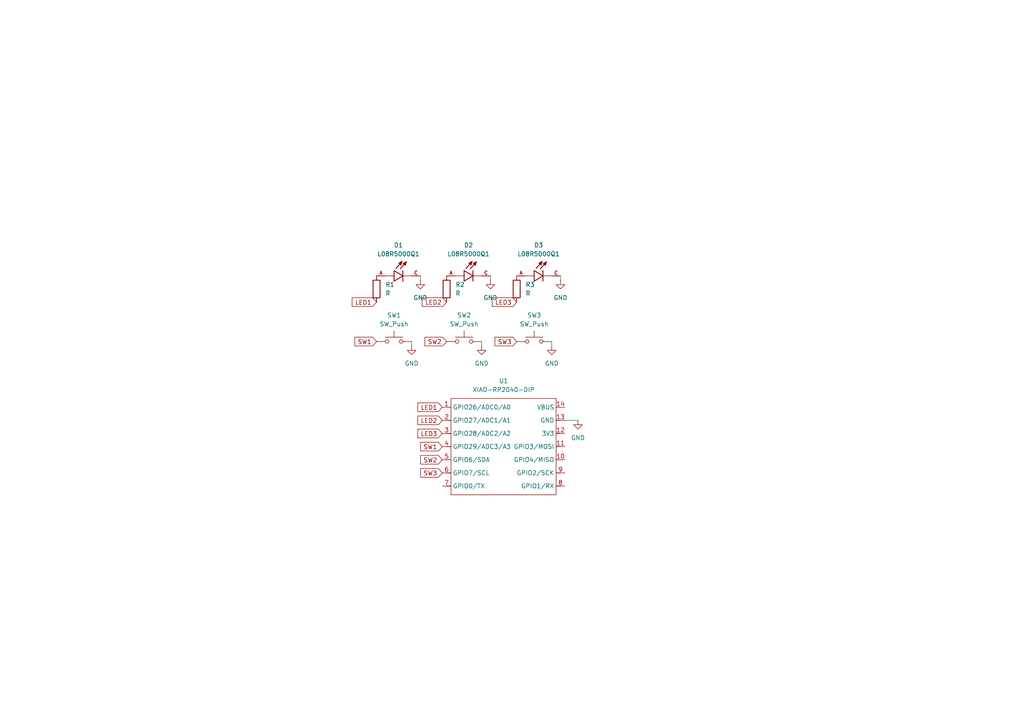
<source format=kicad_sch>
(kicad_sch
	(version 20250114)
	(generator "eeschema")
	(generator_version "9.0")
	(uuid "059b4cf5-1ab6-4810-a6ff-d3cba1fc6561")
	(paper "A4")
	(lib_symbols
		(symbol "Device:R"
			(pin_numbers
				(hide yes)
			)
			(pin_names
				(offset 0)
			)
			(exclude_from_sim no)
			(in_bom yes)
			(on_board yes)
			(property "Reference" "R"
				(at 2.032 0 90)
				(effects
					(font
						(size 1.27 1.27)
					)
				)
			)
			(property "Value" "R"
				(at 0 0 90)
				(effects
					(font
						(size 1.27 1.27)
					)
				)
			)
			(property "Footprint" ""
				(at -1.778 0 90)
				(effects
					(font
						(size 1.27 1.27)
					)
					(hide yes)
				)
			)
			(property "Datasheet" "~"
				(at 0 0 0)
				(effects
					(font
						(size 1.27 1.27)
					)
					(hide yes)
				)
			)
			(property "Description" "Resistor"
				(at 0 0 0)
				(effects
					(font
						(size 1.27 1.27)
					)
					(hide yes)
				)
			)
			(property "ki_keywords" "R res resistor"
				(at 0 0 0)
				(effects
					(font
						(size 1.27 1.27)
					)
					(hide yes)
				)
			)
			(property "ki_fp_filters" "R_*"
				(at 0 0 0)
				(effects
					(font
						(size 1.27 1.27)
					)
					(hide yes)
				)
			)
			(symbol "R_0_1"
				(rectangle
					(start -1.016 -2.54)
					(end 1.016 2.54)
					(stroke
						(width 0.254)
						(type default)
					)
					(fill
						(type none)
					)
				)
			)
			(symbol "R_1_1"
				(pin passive line
					(at 0 3.81 270)
					(length 1.27)
					(name "~"
						(effects
							(font
								(size 1.27 1.27)
							)
						)
					)
					(number "1"
						(effects
							(font
								(size 1.27 1.27)
							)
						)
					)
				)
				(pin passive line
					(at 0 -3.81 90)
					(length 1.27)
					(name "~"
						(effects
							(font
								(size 1.27 1.27)
							)
						)
					)
					(number "2"
						(effects
							(font
								(size 1.27 1.27)
							)
						)
					)
				)
			)
			(embedded_fonts no)
		)
		(symbol "L08R5000Q1:L08R5000Q1"
			(pin_names
				(offset 1.016)
			)
			(exclude_from_sim no)
			(in_bom yes)
			(on_board yes)
			(property "Reference" "D"
				(at -3.0988 4.4958 0)
				(effects
					(font
						(size 1.27 1.27)
					)
					(justify left bottom)
				)
			)
			(property "Value" "L08R5000Q1"
				(at -3.556 -3.302 0)
				(effects
					(font
						(size 1.27 1.27)
					)
					(justify left bottom)
				)
			)
			(property "Footprint" "L08R5000Q1:LEDRD254W57D500H1070"
				(at 0 0 0)
				(effects
					(font
						(size 1.27 1.27)
					)
					(justify bottom)
					(hide yes)
				)
			)
			(property "Datasheet" ""
				(at 0 0 0)
				(effects
					(font
						(size 1.27 1.27)
					)
					(hide yes)
				)
			)
			(property "Description" ""
				(at 0 0 0)
				(effects
					(font
						(size 1.27 1.27)
					)
					(hide yes)
				)
			)
			(property "MF" "LED Technology"
				(at 0 0 0)
				(effects
					(font
						(size 1.27 1.27)
					)
					(justify bottom)
					(hide yes)
				)
			)
			(property "MAXIMUM_PACKAGE_HEIGHT" "10.7mm"
				(at 0 0 0)
				(effects
					(font
						(size 1.27 1.27)
					)
					(justify bottom)
					(hide yes)
				)
			)
			(property "Package" "None"
				(at 0 0 0)
				(effects
					(font
						(size 1.27 1.27)
					)
					(justify bottom)
					(hide yes)
				)
			)
			(property "Price" "None"
				(at 0 0 0)
				(effects
					(font
						(size 1.27 1.27)
					)
					(justify bottom)
					(hide yes)
				)
			)
			(property "Check_prices" "https://www.snapeda.com/parts/L08R5000Q1/LED+Technology/view-part/?ref=eda"
				(at 0 0 0)
				(effects
					(font
						(size 1.27 1.27)
					)
					(justify bottom)
					(hide yes)
				)
			)
			(property "STANDARD" "IPC-7351B"
				(at 0 0 0)
				(effects
					(font
						(size 1.27 1.27)
					)
					(justify bottom)
					(hide yes)
				)
			)
			(property "PARTREV" "NA"
				(at 0 0 0)
				(effects
					(font
						(size 1.27 1.27)
					)
					(justify bottom)
					(hide yes)
				)
			)
			(property "SnapEDA_Link" "https://www.snapeda.com/parts/L08R5000Q1/LED+Technology/view-part/?ref=snap"
				(at 0 0 0)
				(effects
					(font
						(size 1.27 1.27)
					)
					(justify bottom)
					(hide yes)
				)
			)
			(property "MP" "L08R5000Q1"
				(at 0 0 0)
				(effects
					(font
						(size 1.27 1.27)
					)
					(justify bottom)
					(hide yes)
				)
			)
			(property "Description_1" "LED, 5MM, ORANGE; LED / Lamp Size: 5mm / T-1 3/4; LED Colour: Orange; Typ Luminous Intensity: 4.3mcd; Viewing Angle: ..."
				(at 0 0 0)
				(effects
					(font
						(size 1.27 1.27)
					)
					(justify bottom)
					(hide yes)
				)
			)
			(property "Availability" "Not in stock"
				(at 0 0 0)
				(effects
					(font
						(size 1.27 1.27)
					)
					(justify bottom)
					(hide yes)
				)
			)
			(property "MANUFACTURER" "LED TECHNOLOGY"
				(at 0 0 0)
				(effects
					(font
						(size 1.27 1.27)
					)
					(justify bottom)
					(hide yes)
				)
			)
			(symbol "L08R5000Q1_0_0"
				(polyline
					(pts
						(xy -2.54 1.524) (xy -2.54 0)
					)
					(stroke
						(width 0.254)
						(type default)
					)
					(fill
						(type none)
					)
				)
				(polyline
					(pts
						(xy -2.54 0) (xy -5.08 0)
					)
					(stroke
						(width 0.1524)
						(type default)
					)
					(fill
						(type none)
					)
				)
				(polyline
					(pts
						(xy -2.54 0) (xy -2.54 -1.524)
					)
					(stroke
						(width 0.254)
						(type default)
					)
					(fill
						(type none)
					)
				)
				(polyline
					(pts
						(xy -2.54 -1.524) (xy 0 0)
					)
					(stroke
						(width 0.254)
						(type default)
					)
					(fill
						(type none)
					)
				)
				(polyline
					(pts
						(xy -1.1176 3.683) (xy -0.2286 4.1656)
					)
					(stroke
						(width 0.254)
						(type default)
					)
					(fill
						(type none)
					)
				)
				(polyline
					(pts
						(xy -0.9398 3.6068) (xy -0.7112 3.7592)
					)
					(stroke
						(width 0.254)
						(type default)
					)
					(fill
						(type none)
					)
				)
				(polyline
					(pts
						(xy -0.5588 3.2004) (xy -1.1176 3.683)
					)
					(stroke
						(width 0.254)
						(type default)
					)
					(fill
						(type none)
					)
				)
				(polyline
					(pts
						(xy -0.5588 3.2004) (xy -0.5334 3.937)
					)
					(stroke
						(width 0.254)
						(type default)
					)
					(fill
						(type none)
					)
				)
				(polyline
					(pts
						(xy -0.5334 3.937) (xy -0.6604 3.937)
					)
					(stroke
						(width 0.254)
						(type default)
					)
					(fill
						(type none)
					)
				)
				(polyline
					(pts
						(xy -0.2286 4.1656) (xy -2.0066 2.1336)
					)
					(stroke
						(width 0.254)
						(type default)
					)
					(fill
						(type none)
					)
				)
				(polyline
					(pts
						(xy -0.2286 4.1656) (xy -0.5588 3.2004)
					)
					(stroke
						(width 0.254)
						(type default)
					)
					(fill
						(type none)
					)
				)
				(polyline
					(pts
						(xy 0 1.524) (xy 0 0)
					)
					(stroke
						(width 0.254)
						(type default)
					)
					(fill
						(type none)
					)
				)
				(polyline
					(pts
						(xy 0 0) (xy -2.54 1.524)
					)
					(stroke
						(width 0.254)
						(type default)
					)
					(fill
						(type none)
					)
				)
				(polyline
					(pts
						(xy 0 0) (xy 0 -1.524)
					)
					(stroke
						(width 0.254)
						(type default)
					)
					(fill
						(type none)
					)
				)
				(polyline
					(pts
						(xy 0.127 3.5814) (xy 1.016 4.064)
					)
					(stroke
						(width 0.254)
						(type default)
					)
					(fill
						(type none)
					)
				)
				(polyline
					(pts
						(xy 0.3048 3.5052) (xy 0.5334 3.6576)
					)
					(stroke
						(width 0.254)
						(type default)
					)
					(fill
						(type none)
					)
				)
				(polyline
					(pts
						(xy 0.6858 3.0988) (xy 0.127 3.5814)
					)
					(stroke
						(width 0.254)
						(type default)
					)
					(fill
						(type none)
					)
				)
				(polyline
					(pts
						(xy 0.6858 3.0988) (xy 0.7112 3.8354)
					)
					(stroke
						(width 0.254)
						(type default)
					)
					(fill
						(type none)
					)
				)
				(polyline
					(pts
						(xy 0.7112 3.8354) (xy 0.5842 3.8354)
					)
					(stroke
						(width 0.254)
						(type default)
					)
					(fill
						(type none)
					)
				)
				(polyline
					(pts
						(xy 1.016 4.064) (xy -0.762 2.032)
					)
					(stroke
						(width 0.254)
						(type default)
					)
					(fill
						(type none)
					)
				)
				(polyline
					(pts
						(xy 1.016 4.064) (xy 0.6858 3.0988)
					)
					(stroke
						(width 0.254)
						(type default)
					)
					(fill
						(type none)
					)
				)
				(polyline
					(pts
						(xy 2.54 0) (xy 0 0)
					)
					(stroke
						(width 0.1524)
						(type default)
					)
					(fill
						(type none)
					)
				)
				(pin passive line
					(at -7.62 0 0)
					(length 2.54)
					(name "~"
						(effects
							(font
								(size 1.016 1.016)
							)
						)
					)
					(number "A"
						(effects
							(font
								(size 1.016 1.016)
							)
						)
					)
				)
				(pin passive line
					(at 5.08 0 180)
					(length 2.54)
					(name "~"
						(effects
							(font
								(size 1.016 1.016)
							)
						)
					)
					(number "C"
						(effects
							(font
								(size 1.016 1.016)
							)
						)
					)
				)
			)
			(embedded_fonts no)
		)
		(symbol "OPL:XIAO-RP2040-DIP"
			(exclude_from_sim no)
			(in_bom yes)
			(on_board yes)
			(property "Reference" "U"
				(at 0 0 0)
				(effects
					(font
						(size 1.27 1.27)
					)
				)
			)
			(property "Value" "XIAO-RP2040-DIP"
				(at 5.334 -1.778 0)
				(effects
					(font
						(size 1.27 1.27)
					)
				)
			)
			(property "Footprint" "Module:MOUDLE14P-XIAO-DIP-SMD"
				(at 14.478 -32.258 0)
				(effects
					(font
						(size 1.27 1.27)
					)
					(hide yes)
				)
			)
			(property "Datasheet" ""
				(at 0 0 0)
				(effects
					(font
						(size 1.27 1.27)
					)
					(hide yes)
				)
			)
			(property "Description" ""
				(at 0 0 0)
				(effects
					(font
						(size 1.27 1.27)
					)
					(hide yes)
				)
			)
			(symbol "XIAO-RP2040-DIP_1_0"
				(polyline
					(pts
						(xy -1.27 -2.54) (xy 29.21 -2.54)
					)
					(stroke
						(width 0.1524)
						(type solid)
					)
					(fill
						(type none)
					)
				)
				(polyline
					(pts
						(xy -1.27 -5.08) (xy -2.54 -5.08)
					)
					(stroke
						(width 0.1524)
						(type solid)
					)
					(fill
						(type none)
					)
				)
				(polyline
					(pts
						(xy -1.27 -5.08) (xy -1.27 -2.54)
					)
					(stroke
						(width 0.1524)
						(type solid)
					)
					(fill
						(type none)
					)
				)
				(polyline
					(pts
						(xy -1.27 -8.89) (xy -2.54 -8.89)
					)
					(stroke
						(width 0.1524)
						(type solid)
					)
					(fill
						(type none)
					)
				)
				(polyline
					(pts
						(xy -1.27 -8.89) (xy -1.27 -5.08)
					)
					(stroke
						(width 0.1524)
						(type solid)
					)
					(fill
						(type none)
					)
				)
				(polyline
					(pts
						(xy -1.27 -12.7) (xy -2.54 -12.7)
					)
					(stroke
						(width 0.1524)
						(type solid)
					)
					(fill
						(type none)
					)
				)
				(polyline
					(pts
						(xy -1.27 -12.7) (xy -1.27 -8.89)
					)
					(stroke
						(width 0.1524)
						(type solid)
					)
					(fill
						(type none)
					)
				)
				(polyline
					(pts
						(xy -1.27 -16.51) (xy -2.54 -16.51)
					)
					(stroke
						(width 0.1524)
						(type solid)
					)
					(fill
						(type none)
					)
				)
				(polyline
					(pts
						(xy -1.27 -16.51) (xy -1.27 -12.7)
					)
					(stroke
						(width 0.1524)
						(type solid)
					)
					(fill
						(type none)
					)
				)
				(polyline
					(pts
						(xy -1.27 -20.32) (xy -2.54 -20.32)
					)
					(stroke
						(width 0.1524)
						(type solid)
					)
					(fill
						(type none)
					)
				)
				(polyline
					(pts
						(xy -1.27 -24.13) (xy -2.54 -24.13)
					)
					(stroke
						(width 0.1524)
						(type solid)
					)
					(fill
						(type none)
					)
				)
				(polyline
					(pts
						(xy -1.27 -27.94) (xy -2.54 -27.94)
					)
					(stroke
						(width 0.1524)
						(type solid)
					)
					(fill
						(type none)
					)
				)
				(polyline
					(pts
						(xy -1.27 -30.48) (xy -1.27 -16.51)
					)
					(stroke
						(width 0.1524)
						(type solid)
					)
					(fill
						(type none)
					)
				)
				(polyline
					(pts
						(xy 29.21 -2.54) (xy 29.21 -5.08)
					)
					(stroke
						(width 0.1524)
						(type solid)
					)
					(fill
						(type none)
					)
				)
				(polyline
					(pts
						(xy 29.21 -5.08) (xy 29.21 -8.89)
					)
					(stroke
						(width 0.1524)
						(type solid)
					)
					(fill
						(type none)
					)
				)
				(polyline
					(pts
						(xy 29.21 -8.89) (xy 29.21 -12.7)
					)
					(stroke
						(width 0.1524)
						(type solid)
					)
					(fill
						(type none)
					)
				)
				(polyline
					(pts
						(xy 29.21 -12.7) (xy 29.21 -30.48)
					)
					(stroke
						(width 0.1524)
						(type solid)
					)
					(fill
						(type none)
					)
				)
				(polyline
					(pts
						(xy 29.21 -30.48) (xy -1.27 -30.48)
					)
					(stroke
						(width 0.1524)
						(type solid)
					)
					(fill
						(type none)
					)
				)
				(polyline
					(pts
						(xy 30.48 -5.08) (xy 29.21 -5.08)
					)
					(stroke
						(width 0.1524)
						(type solid)
					)
					(fill
						(type none)
					)
				)
				(polyline
					(pts
						(xy 30.48 -8.89) (xy 29.21 -8.89)
					)
					(stroke
						(width 0.1524)
						(type solid)
					)
					(fill
						(type none)
					)
				)
				(polyline
					(pts
						(xy 30.48 -12.7) (xy 29.21 -12.7)
					)
					(stroke
						(width 0.1524)
						(type solid)
					)
					(fill
						(type none)
					)
				)
				(polyline
					(pts
						(xy 30.48 -16.51) (xy 29.21 -16.51)
					)
					(stroke
						(width 0.1524)
						(type solid)
					)
					(fill
						(type none)
					)
				)
				(polyline
					(pts
						(xy 30.48 -20.32) (xy 29.21 -20.32)
					)
					(stroke
						(width 0.1524)
						(type solid)
					)
					(fill
						(type none)
					)
				)
				(polyline
					(pts
						(xy 30.48 -24.13) (xy 29.21 -24.13)
					)
					(stroke
						(width 0.1524)
						(type solid)
					)
					(fill
						(type none)
					)
				)
				(polyline
					(pts
						(xy 30.48 -27.94) (xy 29.21 -27.94)
					)
					(stroke
						(width 0.1524)
						(type solid)
					)
					(fill
						(type none)
					)
				)
				(pin passive line
					(at -3.81 -5.08 0)
					(length 2.54)
					(name "GPIO26/ADC0/A0"
						(effects
							(font
								(size 1.27 1.27)
							)
						)
					)
					(number "1"
						(effects
							(font
								(size 1.27 1.27)
							)
						)
					)
				)
				(pin passive line
					(at -3.81 -8.89 0)
					(length 2.54)
					(name "GPIO27/ADC1/A1"
						(effects
							(font
								(size 1.27 1.27)
							)
						)
					)
					(number "2"
						(effects
							(font
								(size 1.27 1.27)
							)
						)
					)
				)
				(pin passive line
					(at -3.81 -12.7 0)
					(length 2.54)
					(name "GPIO28/ADC2/A2"
						(effects
							(font
								(size 1.27 1.27)
							)
						)
					)
					(number "3"
						(effects
							(font
								(size 1.27 1.27)
							)
						)
					)
				)
				(pin passive line
					(at -3.81 -16.51 0)
					(length 2.54)
					(name "GPIO29/ADC3/A3"
						(effects
							(font
								(size 1.27 1.27)
							)
						)
					)
					(number "4"
						(effects
							(font
								(size 1.27 1.27)
							)
						)
					)
				)
				(pin passive line
					(at -3.81 -20.32 0)
					(length 2.54)
					(name "GPIO6/SDA"
						(effects
							(font
								(size 1.27 1.27)
							)
						)
					)
					(number "5"
						(effects
							(font
								(size 1.27 1.27)
							)
						)
					)
				)
				(pin passive line
					(at -3.81 -24.13 0)
					(length 2.54)
					(name "GPIO7/SCL"
						(effects
							(font
								(size 1.27 1.27)
							)
						)
					)
					(number "6"
						(effects
							(font
								(size 1.27 1.27)
							)
						)
					)
				)
				(pin passive line
					(at -3.81 -27.94 0)
					(length 2.54)
					(name "GPIO0/TX"
						(effects
							(font
								(size 1.27 1.27)
							)
						)
					)
					(number "7"
						(effects
							(font
								(size 1.27 1.27)
							)
						)
					)
				)
				(pin passive line
					(at 31.75 -5.08 180)
					(length 2.54)
					(name "VBUS"
						(effects
							(font
								(size 1.27 1.27)
							)
						)
					)
					(number "14"
						(effects
							(font
								(size 1.27 1.27)
							)
						)
					)
				)
				(pin passive line
					(at 31.75 -8.89 180)
					(length 2.54)
					(name "GND"
						(effects
							(font
								(size 1.27 1.27)
							)
						)
					)
					(number "13"
						(effects
							(font
								(size 1.27 1.27)
							)
						)
					)
				)
				(pin passive line
					(at 31.75 -12.7 180)
					(length 2.54)
					(name "3V3"
						(effects
							(font
								(size 1.27 1.27)
							)
						)
					)
					(number "12"
						(effects
							(font
								(size 1.27 1.27)
							)
						)
					)
				)
				(pin passive line
					(at 31.75 -16.51 180)
					(length 2.54)
					(name "GPIO3/MOSI"
						(effects
							(font
								(size 1.27 1.27)
							)
						)
					)
					(number "11"
						(effects
							(font
								(size 1.27 1.27)
							)
						)
					)
				)
				(pin passive line
					(at 31.75 -20.32 180)
					(length 2.54)
					(name "GPIO4/MISO"
						(effects
							(font
								(size 1.27 1.27)
							)
						)
					)
					(number "10"
						(effects
							(font
								(size 1.27 1.27)
							)
						)
					)
				)
				(pin passive line
					(at 31.75 -24.13 180)
					(length 2.54)
					(name "GPIO2/SCK"
						(effects
							(font
								(size 1.27 1.27)
							)
						)
					)
					(number "9"
						(effects
							(font
								(size 1.27 1.27)
							)
						)
					)
				)
				(pin passive line
					(at 31.75 -27.94 180)
					(length 2.54)
					(name "GPIO1/RX"
						(effects
							(font
								(size 1.27 1.27)
							)
						)
					)
					(number "8"
						(effects
							(font
								(size 1.27 1.27)
							)
						)
					)
				)
			)
			(embedded_fonts no)
		)
		(symbol "Switch:SW_Push"
			(pin_numbers
				(hide yes)
			)
			(pin_names
				(offset 1.016)
				(hide yes)
			)
			(exclude_from_sim no)
			(in_bom yes)
			(on_board yes)
			(property "Reference" "SW"
				(at 1.27 2.54 0)
				(effects
					(font
						(size 1.27 1.27)
					)
					(justify left)
				)
			)
			(property "Value" "SW_Push"
				(at 0 -1.524 0)
				(effects
					(font
						(size 1.27 1.27)
					)
				)
			)
			(property "Footprint" ""
				(at 0 5.08 0)
				(effects
					(font
						(size 1.27 1.27)
					)
					(hide yes)
				)
			)
			(property "Datasheet" "~"
				(at 0 5.08 0)
				(effects
					(font
						(size 1.27 1.27)
					)
					(hide yes)
				)
			)
			(property "Description" "Push button switch, generic, two pins"
				(at 0 0 0)
				(effects
					(font
						(size 1.27 1.27)
					)
					(hide yes)
				)
			)
			(property "ki_keywords" "switch normally-open pushbutton push-button"
				(at 0 0 0)
				(effects
					(font
						(size 1.27 1.27)
					)
					(hide yes)
				)
			)
			(symbol "SW_Push_0_1"
				(circle
					(center -2.032 0)
					(radius 0.508)
					(stroke
						(width 0)
						(type default)
					)
					(fill
						(type none)
					)
				)
				(polyline
					(pts
						(xy 0 1.27) (xy 0 3.048)
					)
					(stroke
						(width 0)
						(type default)
					)
					(fill
						(type none)
					)
				)
				(circle
					(center 2.032 0)
					(radius 0.508)
					(stroke
						(width 0)
						(type default)
					)
					(fill
						(type none)
					)
				)
				(polyline
					(pts
						(xy 2.54 1.27) (xy -2.54 1.27)
					)
					(stroke
						(width 0)
						(type default)
					)
					(fill
						(type none)
					)
				)
				(pin passive line
					(at -5.08 0 0)
					(length 2.54)
					(name "1"
						(effects
							(font
								(size 1.27 1.27)
							)
						)
					)
					(number "1"
						(effects
							(font
								(size 1.27 1.27)
							)
						)
					)
				)
				(pin passive line
					(at 5.08 0 180)
					(length 2.54)
					(name "2"
						(effects
							(font
								(size 1.27 1.27)
							)
						)
					)
					(number "2"
						(effects
							(font
								(size 1.27 1.27)
							)
						)
					)
				)
			)
			(embedded_fonts no)
		)
		(symbol "power:GND"
			(power)
			(pin_numbers
				(hide yes)
			)
			(pin_names
				(offset 0)
				(hide yes)
			)
			(exclude_from_sim no)
			(in_bom yes)
			(on_board yes)
			(property "Reference" "#PWR"
				(at 0 -6.35 0)
				(effects
					(font
						(size 1.27 1.27)
					)
					(hide yes)
				)
			)
			(property "Value" "GND"
				(at 0 -3.81 0)
				(effects
					(font
						(size 1.27 1.27)
					)
				)
			)
			(property "Footprint" ""
				(at 0 0 0)
				(effects
					(font
						(size 1.27 1.27)
					)
					(hide yes)
				)
			)
			(property "Datasheet" ""
				(at 0 0 0)
				(effects
					(font
						(size 1.27 1.27)
					)
					(hide yes)
				)
			)
			(property "Description" "Power symbol creates a global label with name \"GND\" , ground"
				(at 0 0 0)
				(effects
					(font
						(size 1.27 1.27)
					)
					(hide yes)
				)
			)
			(property "ki_keywords" "global power"
				(at 0 0 0)
				(effects
					(font
						(size 1.27 1.27)
					)
					(hide yes)
				)
			)
			(symbol "GND_0_1"
				(polyline
					(pts
						(xy 0 0) (xy 0 -1.27) (xy 1.27 -1.27) (xy 0 -2.54) (xy -1.27 -1.27) (xy 0 -1.27)
					)
					(stroke
						(width 0)
						(type default)
					)
					(fill
						(type none)
					)
				)
			)
			(symbol "GND_1_1"
				(pin power_in line
					(at 0 0 270)
					(length 0)
					(name "~"
						(effects
							(font
								(size 1.27 1.27)
							)
						)
					)
					(number "1"
						(effects
							(font
								(size 1.27 1.27)
							)
						)
					)
				)
			)
			(embedded_fonts no)
		)
	)
	(wire
		(pts
			(xy 162.56 80.01) (xy 162.56 81.28)
		)
		(stroke
			(width 0)
			(type default)
		)
		(uuid "332d409d-3b81-4119-b042-140735363985")
	)
	(wire
		(pts
			(xy 142.24 80.01) (xy 142.24 81.28)
		)
		(stroke
			(width 0)
			(type default)
		)
		(uuid "581fef4a-4648-46b8-ac2d-408b7c21f293")
	)
	(wire
		(pts
			(xy 119.38 99.06) (xy 119.38 100.33)
		)
		(stroke
			(width 0)
			(type default)
		)
		(uuid "58630b65-5115-4056-8bd5-5ec4c3e6cfdb")
	)
	(wire
		(pts
			(xy 163.83 121.92) (xy 167.64 121.92)
		)
		(stroke
			(width 0)
			(type default)
		)
		(uuid "5bf8b16d-24bb-494f-9371-6262ec990269")
	)
	(wire
		(pts
			(xy 160.02 99.06) (xy 160.02 100.33)
		)
		(stroke
			(width 0)
			(type default)
		)
		(uuid "af145847-74f2-4cad-855d-0748a74b6012")
	)
	(wire
		(pts
			(xy 139.7 99.06) (xy 139.7 100.33)
		)
		(stroke
			(width 0)
			(type default)
		)
		(uuid "f4c4769e-2bd8-44c2-8b36-2189acd74346")
	)
	(wire
		(pts
			(xy 121.92 80.01) (xy 121.92 81.28)
		)
		(stroke
			(width 0)
			(type default)
		)
		(uuid "f62c676f-ffdd-45e8-8c99-b178ae029137")
	)
	(global_label "LED2"
		(shape input)
		(at 129.54 87.63 180)
		(fields_autoplaced yes)
		(effects
			(font
				(size 1.27 1.27)
			)
			(justify right)
		)
		(uuid "3980f3d4-1e7b-451a-8536-2bcb34e498c7")
		(property "Intersheetrefs" "${INTERSHEET_REFS}"
			(at 121.8982 87.63 0)
			(effects
				(font
					(size 1.27 1.27)
				)
				(justify right)
				(hide yes)
			)
		)
	)
	(global_label "SW2"
		(shape input)
		(at 128.27 133.35 180)
		(fields_autoplaced yes)
		(effects
			(font
				(size 1.27 1.27)
			)
			(justify right)
		)
		(uuid "67c78914-d591-466f-ba79-07e9f15c1fc9")
		(property "Intersheetrefs" "${INTERSHEET_REFS}"
			(at 121.4144 133.35 0)
			(effects
				(font
					(size 1.27 1.27)
				)
				(justify right)
				(hide yes)
			)
		)
	)
	(global_label "LED1"
		(shape input)
		(at 109.22 87.63 180)
		(fields_autoplaced yes)
		(effects
			(font
				(size 1.27 1.27)
			)
			(justify right)
		)
		(uuid "6d3c89ba-28b1-438a-be68-f5579e07188d")
		(property "Intersheetrefs" "${INTERSHEET_REFS}"
			(at 101.5782 87.63 0)
			(effects
				(font
					(size 1.27 1.27)
				)
				(justify right)
				(hide yes)
			)
		)
	)
	(global_label "LED1"
		(shape input)
		(at 128.27 118.11 180)
		(fields_autoplaced yes)
		(effects
			(font
				(size 1.27 1.27)
			)
			(justify right)
		)
		(uuid "6d9dd5e4-f149-4322-ab28-108bceccc056")
		(property "Intersheetrefs" "${INTERSHEET_REFS}"
			(at 120.6282 118.11 0)
			(effects
				(font
					(size 1.27 1.27)
				)
				(justify right)
				(hide yes)
			)
		)
	)
	(global_label "LED2"
		(shape input)
		(at 128.27 121.92 180)
		(fields_autoplaced yes)
		(effects
			(font
				(size 1.27 1.27)
			)
			(justify right)
		)
		(uuid "6ebd6dc4-c081-40b7-807d-9b43d82527f9")
		(property "Intersheetrefs" "${INTERSHEET_REFS}"
			(at 120.6282 121.92 0)
			(effects
				(font
					(size 1.27 1.27)
				)
				(justify right)
				(hide yes)
			)
		)
	)
	(global_label "SW3"
		(shape input)
		(at 128.27 137.16 180)
		(fields_autoplaced yes)
		(effects
			(font
				(size 1.27 1.27)
			)
			(justify right)
		)
		(uuid "7f07b933-3b76-4425-981d-9f767cd58d2a")
		(property "Intersheetrefs" "${INTERSHEET_REFS}"
			(at 121.4144 137.16 0)
			(effects
				(font
					(size 1.27 1.27)
				)
				(justify right)
				(hide yes)
			)
		)
	)
	(global_label "SW1"
		(shape input)
		(at 128.27 129.54 180)
		(fields_autoplaced yes)
		(effects
			(font
				(size 1.27 1.27)
			)
			(justify right)
		)
		(uuid "8d392236-9c8b-46bd-b60c-a1acc17fd5ee")
		(property "Intersheetrefs" "${INTERSHEET_REFS}"
			(at 121.4144 129.54 0)
			(effects
				(font
					(size 1.27 1.27)
				)
				(justify right)
				(hide yes)
			)
		)
	)
	(global_label "SW2"
		(shape input)
		(at 129.54 99.06 180)
		(fields_autoplaced yes)
		(effects
			(font
				(size 1.27 1.27)
			)
			(justify right)
		)
		(uuid "a14989ef-b97d-4278-8a29-437c5969e7fa")
		(property "Intersheetrefs" "${INTERSHEET_REFS}"
			(at 122.6844 99.06 0)
			(effects
				(font
					(size 1.27 1.27)
				)
				(justify right)
				(hide yes)
			)
		)
	)
	(global_label "SW3"
		(shape input)
		(at 149.86 99.06 180)
		(fields_autoplaced yes)
		(effects
			(font
				(size 1.27 1.27)
			)
			(justify right)
		)
		(uuid "b3687a85-f425-43ed-83dc-ef34e85cf400")
		(property "Intersheetrefs" "${INTERSHEET_REFS}"
			(at 143.0044 99.06 0)
			(effects
				(font
					(size 1.27 1.27)
				)
				(justify right)
				(hide yes)
			)
		)
	)
	(global_label "LED3"
		(shape input)
		(at 128.27 125.73 180)
		(fields_autoplaced yes)
		(effects
			(font
				(size 1.27 1.27)
			)
			(justify right)
		)
		(uuid "c4e8eab6-495c-428d-936a-e6b4889e2a1f")
		(property "Intersheetrefs" "${INTERSHEET_REFS}"
			(at 120.6282 125.73 0)
			(effects
				(font
					(size 1.27 1.27)
				)
				(justify right)
				(hide yes)
			)
		)
	)
	(global_label "SW1"
		(shape input)
		(at 109.22 99.06 180)
		(fields_autoplaced yes)
		(effects
			(font
				(size 1.27 1.27)
			)
			(justify right)
		)
		(uuid "c5673cdd-ad68-4567-9a14-1e7e4ed943ee")
		(property "Intersheetrefs" "${INTERSHEET_REFS}"
			(at 102.3644 99.06 0)
			(effects
				(font
					(size 1.27 1.27)
				)
				(justify right)
				(hide yes)
			)
		)
	)
	(global_label "LED3"
		(shape input)
		(at 149.86 87.63 180)
		(fields_autoplaced yes)
		(effects
			(font
				(size 1.27 1.27)
			)
			(justify right)
		)
		(uuid "f81d6006-55de-4ae1-a4de-8d49b4f70269")
		(property "Intersheetrefs" "${INTERSHEET_REFS}"
			(at 142.2182 87.63 0)
			(effects
				(font
					(size 1.27 1.27)
				)
				(justify right)
				(hide yes)
			)
		)
	)
	(symbol
		(lib_id "L08R5000Q1:L08R5000Q1")
		(at 157.48 80.01 0)
		(unit 1)
		(exclude_from_sim no)
		(in_bom yes)
		(on_board yes)
		(dnp no)
		(fields_autoplaced yes)
		(uuid "03e3af86-d91d-4fc6-b55c-6b90b0322a8f")
		(property "Reference" "D3"
			(at 156.21 71.12 0)
			(effects
				(font
					(size 1.27 1.27)
				)
			)
		)
		(property "Value" "L08R5000Q1"
			(at 156.21 73.66 0)
			(effects
				(font
					(size 1.27 1.27)
				)
			)
		)
		(property "Footprint" "L08R5000Q1:LEDRD254W57D500H1070"
			(at 157.48 80.01 0)
			(effects
				(font
					(size 1.27 1.27)
				)
				(justify bottom)
				(hide yes)
			)
		)
		(property "Datasheet" ""
			(at 157.48 80.01 0)
			(effects
				(font
					(size 1.27 1.27)
				)
				(hide yes)
			)
		)
		(property "Description" ""
			(at 157.48 80.01 0)
			(effects
				(font
					(size 1.27 1.27)
				)
				(hide yes)
			)
		)
		(property "MF" "LED Technology"
			(at 157.48 80.01 0)
			(effects
				(font
					(size 1.27 1.27)
				)
				(justify bottom)
				(hide yes)
			)
		)
		(property "MAXIMUM_PACKAGE_HEIGHT" "10.7mm"
			(at 157.48 80.01 0)
			(effects
				(font
					(size 1.27 1.27)
				)
				(justify bottom)
				(hide yes)
			)
		)
		(property "Package" "None"
			(at 157.48 80.01 0)
			(effects
				(font
					(size 1.27 1.27)
				)
				(justify bottom)
				(hide yes)
			)
		)
		(property "Price" "None"
			(at 157.48 80.01 0)
			(effects
				(font
					(size 1.27 1.27)
				)
				(justify bottom)
				(hide yes)
			)
		)
		(property "Check_prices" "https://www.snapeda.com/parts/L08R5000Q1/LED+Technology/view-part/?ref=eda"
			(at 157.48 80.01 0)
			(effects
				(font
					(size 1.27 1.27)
				)
				(justify bottom)
				(hide yes)
			)
		)
		(property "STANDARD" "IPC-7351B"
			(at 157.48 80.01 0)
			(effects
				(font
					(size 1.27 1.27)
				)
				(justify bottom)
				(hide yes)
			)
		)
		(property "PARTREV" "NA"
			(at 157.48 80.01 0)
			(effects
				(font
					(size 1.27 1.27)
				)
				(justify bottom)
				(hide yes)
			)
		)
		(property "SnapEDA_Link" "https://www.snapeda.com/parts/L08R5000Q1/LED+Technology/view-part/?ref=snap"
			(at 157.48 80.01 0)
			(effects
				(font
					(size 1.27 1.27)
				)
				(justify bottom)
				(hide yes)
			)
		)
		(property "MP" "L08R5000Q1"
			(at 157.48 80.01 0)
			(effects
				(font
					(size 1.27 1.27)
				)
				(justify bottom)
				(hide yes)
			)
		)
		(property "Description_1" "LED, 5MM, ORANGE; LED / Lamp Size: 5mm / T-1 3/4; LED Colour: Orange; Typ Luminous Intensity: 4.3mcd; Viewing Angle: ..."
			(at 157.48 80.01 0)
			(effects
				(font
					(size 1.27 1.27)
				)
				(justify bottom)
				(hide yes)
			)
		)
		(property "Availability" "Not in stock"
			(at 157.48 80.01 0)
			(effects
				(font
					(size 1.27 1.27)
				)
				(justify bottom)
				(hide yes)
			)
		)
		(property "MANUFACTURER" "LED TECHNOLOGY"
			(at 157.48 80.01 0)
			(effects
				(font
					(size 1.27 1.27)
				)
				(justify bottom)
				(hide yes)
			)
		)
		(pin "A"
			(uuid "67cea5d3-5aa5-44b9-b035-c79155149ec7")
		)
		(pin "C"
			(uuid "0136c7e9-4640-47d3-bc98-da5856b3472c")
		)
		(instances
			(project "pathfinder-workshop"
				(path "/059b4cf5-1ab6-4810-a6ff-d3cba1fc6561"
					(reference "D3")
					(unit 1)
				)
			)
		)
	)
	(symbol
		(lib_id "OPL:XIAO-RP2040-DIP")
		(at 132.08 113.03 0)
		(unit 1)
		(exclude_from_sim no)
		(in_bom yes)
		(on_board yes)
		(dnp no)
		(fields_autoplaced yes)
		(uuid "3a4490c2-69cd-4089-9434-f953d069051f")
		(property "Reference" "U1"
			(at 146.05 110.49 0)
			(effects
				(font
					(size 1.27 1.27)
				)
			)
		)
		(property "Value" "XIAO-RP2040-DIP"
			(at 146.05 113.03 0)
			(effects
				(font
					(size 1.27 1.27)
				)
			)
		)
		(property "Footprint" "OPL:XIAO-RP2040-DIP"
			(at 146.558 145.288 0)
			(effects
				(font
					(size 1.27 1.27)
				)
				(hide yes)
			)
		)
		(property "Datasheet" ""
			(at 132.08 113.03 0)
			(effects
				(font
					(size 1.27 1.27)
				)
				(hide yes)
			)
		)
		(property "Description" ""
			(at 132.08 113.03 0)
			(effects
				(font
					(size 1.27 1.27)
				)
				(hide yes)
			)
		)
		(pin "2"
			(uuid "b0a2c25f-1627-4e41-9a1a-004d8650ce86")
		)
		(pin "13"
			(uuid "851b4a6d-9dd4-48e5-a720-07ec70f17622")
		)
		(pin "1"
			(uuid "676bdd72-683d-4c34-aaca-d21bb8c90ca5")
		)
		(pin "4"
			(uuid "ceb77ac8-8080-42ba-bf7b-6d1b19ab52f2")
		)
		(pin "8"
			(uuid "19672bc6-1f90-4467-81ce-23fe45a4c45d")
		)
		(pin "10"
			(uuid "8592db16-6e95-4f41-a2da-558e545b4f6e")
		)
		(pin "6"
			(uuid "85705288-bb0d-49ac-a995-3965e4106720")
		)
		(pin "3"
			(uuid "b9127f5f-c732-4445-a630-320418d4c609")
		)
		(pin "5"
			(uuid "3ba42bd6-1674-4022-9f36-e3e69d012aa8")
		)
		(pin "7"
			(uuid "1a519fc8-4aa9-4411-9a7f-f2ccfcf9ed00")
		)
		(pin "14"
			(uuid "ba4f52b9-798d-494c-bf69-81c2d2f375a9")
		)
		(pin "12"
			(uuid "967ad023-ef11-40da-8970-0dc8091630f6")
		)
		(pin "11"
			(uuid "62b10d3d-947e-4121-8e76-1cfc647d585a")
		)
		(pin "9"
			(uuid "6bdba855-a241-434d-98b8-4c12ae974ee8")
		)
		(instances
			(project ""
				(path "/059b4cf5-1ab6-4810-a6ff-d3cba1fc6561"
					(reference "U1")
					(unit 1)
				)
			)
		)
	)
	(symbol
		(lib_id "Switch:SW_Push")
		(at 134.62 99.06 0)
		(unit 1)
		(exclude_from_sim no)
		(in_bom yes)
		(on_board yes)
		(dnp no)
		(fields_autoplaced yes)
		(uuid "3ab3d264-f4cf-48d4-861b-07ae8d516cdc")
		(property "Reference" "SW2"
			(at 134.62 91.44 0)
			(effects
				(font
					(size 1.27 1.27)
				)
			)
		)
		(property "Value" "SW_Push"
			(at 134.62 93.98 0)
			(effects
				(font
					(size 1.27 1.27)
				)
			)
		)
		(property "Footprint" "Button_Switch_Keyboard:SW_Cherry_MX_1.00u_PCB"
			(at 134.62 93.98 0)
			(effects
				(font
					(size 1.27 1.27)
				)
				(hide yes)
			)
		)
		(property "Datasheet" "~"
			(at 134.62 93.98 0)
			(effects
				(font
					(size 1.27 1.27)
				)
				(hide yes)
			)
		)
		(property "Description" "Push button switch, generic, two pins"
			(at 134.62 99.06 0)
			(effects
				(font
					(size 1.27 1.27)
				)
				(hide yes)
			)
		)
		(pin "2"
			(uuid "cf4d2f16-7c68-4d79-8532-32bf1c749d32")
		)
		(pin "1"
			(uuid "8f5dafe3-7300-4c8f-91a3-b8ab808a5ab9")
		)
		(instances
			(project ""
				(path "/059b4cf5-1ab6-4810-a6ff-d3cba1fc6561"
					(reference "SW2")
					(unit 1)
				)
			)
		)
	)
	(symbol
		(lib_id "Switch:SW_Push")
		(at 114.3 99.06 0)
		(unit 1)
		(exclude_from_sim no)
		(in_bom yes)
		(on_board yes)
		(dnp no)
		(fields_autoplaced yes)
		(uuid "4f25a497-8afe-4558-b1f9-936a864f489e")
		(property "Reference" "SW1"
			(at 114.3 91.44 0)
			(effects
				(font
					(size 1.27 1.27)
				)
			)
		)
		(property "Value" "SW_Push"
			(at 114.3 93.98 0)
			(effects
				(font
					(size 1.27 1.27)
				)
			)
		)
		(property "Footprint" "Button_Switch_Keyboard:SW_Cherry_MX_1.00u_PCB"
			(at 114.3 93.98 0)
			(effects
				(font
					(size 1.27 1.27)
				)
				(hide yes)
			)
		)
		(property "Datasheet" "~"
			(at 114.3 93.98 0)
			(effects
				(font
					(size 1.27 1.27)
				)
				(hide yes)
			)
		)
		(property "Description" "Push button switch, generic, two pins"
			(at 114.3 99.06 0)
			(effects
				(font
					(size 1.27 1.27)
				)
				(hide yes)
			)
		)
		(pin "1"
			(uuid "e797c65b-1be4-457c-9394-d24087651595")
		)
		(pin "2"
			(uuid "61ab2052-6078-46b7-aa59-d68b9e85af26")
		)
		(instances
			(project ""
				(path "/059b4cf5-1ab6-4810-a6ff-d3cba1fc6561"
					(reference "SW1")
					(unit 1)
				)
			)
		)
	)
	(symbol
		(lib_id "power:GND")
		(at 139.7 100.33 0)
		(unit 1)
		(exclude_from_sim no)
		(in_bom yes)
		(on_board yes)
		(dnp no)
		(fields_autoplaced yes)
		(uuid "5465a2a9-5016-4e06-b141-43920ace1936")
		(property "Reference" "#PWR02"
			(at 139.7 106.68 0)
			(effects
				(font
					(size 1.27 1.27)
				)
				(hide yes)
			)
		)
		(property "Value" "GND"
			(at 139.7 105.41 0)
			(effects
				(font
					(size 1.27 1.27)
				)
			)
		)
		(property "Footprint" ""
			(at 139.7 100.33 0)
			(effects
				(font
					(size 1.27 1.27)
				)
				(hide yes)
			)
		)
		(property "Datasheet" ""
			(at 139.7 100.33 0)
			(effects
				(font
					(size 1.27 1.27)
				)
				(hide yes)
			)
		)
		(property "Description" "Power symbol creates a global label with name \"GND\" , ground"
			(at 139.7 100.33 0)
			(effects
				(font
					(size 1.27 1.27)
				)
				(hide yes)
			)
		)
		(pin "1"
			(uuid "a46412e2-9c7e-40cf-8cb4-678a6c1c8dbe")
		)
		(instances
			(project "pathfinder-workshop"
				(path "/059b4cf5-1ab6-4810-a6ff-d3cba1fc6561"
					(reference "#PWR02")
					(unit 1)
				)
			)
		)
	)
	(symbol
		(lib_id "Device:R")
		(at 109.22 83.82 0)
		(unit 1)
		(exclude_from_sim no)
		(in_bom yes)
		(on_board yes)
		(dnp no)
		(fields_autoplaced yes)
		(uuid "5ac1c0a5-5c29-404e-bea7-7d357068deae")
		(property "Reference" "R1"
			(at 111.76 82.5499 0)
			(effects
				(font
					(size 1.27 1.27)
				)
				(justify left)
			)
		)
		(property "Value" "R"
			(at 111.76 85.0899 0)
			(effects
				(font
					(size 1.27 1.27)
				)
				(justify left)
			)
		)
		(property "Footprint" "Resistor_THT:R_Axial_DIN0204_L3.6mm_D1.6mm_P5.08mm_Horizontal"
			(at 107.442 83.82 90)
			(effects
				(font
					(size 1.27 1.27)
				)
				(hide yes)
			)
		)
		(property "Datasheet" "~"
			(at 109.22 83.82 0)
			(effects
				(font
					(size 1.27 1.27)
				)
				(hide yes)
			)
		)
		(property "Description" "Resistor"
			(at 109.22 83.82 0)
			(effects
				(font
					(size 1.27 1.27)
				)
				(hide yes)
			)
		)
		(pin "1"
			(uuid "0e7efbb4-cbf7-4477-a132-82390fab0eae")
		)
		(pin "2"
			(uuid "7495c937-4ec1-41be-9dcd-f5c1859108ff")
		)
		(instances
			(project ""
				(path "/059b4cf5-1ab6-4810-a6ff-d3cba1fc6561"
					(reference "R1")
					(unit 1)
				)
			)
		)
	)
	(symbol
		(lib_id "power:GND")
		(at 119.38 100.33 0)
		(unit 1)
		(exclude_from_sim no)
		(in_bom yes)
		(on_board yes)
		(dnp no)
		(fields_autoplaced yes)
		(uuid "7f209e77-d77a-4c6a-870c-43387689998e")
		(property "Reference" "#PWR01"
			(at 119.38 106.68 0)
			(effects
				(font
					(size 1.27 1.27)
				)
				(hide yes)
			)
		)
		(property "Value" "GND"
			(at 119.38 105.41 0)
			(effects
				(font
					(size 1.27 1.27)
				)
			)
		)
		(property "Footprint" ""
			(at 119.38 100.33 0)
			(effects
				(font
					(size 1.27 1.27)
				)
				(hide yes)
			)
		)
		(property "Datasheet" ""
			(at 119.38 100.33 0)
			(effects
				(font
					(size 1.27 1.27)
				)
				(hide yes)
			)
		)
		(property "Description" "Power symbol creates a global label with name \"GND\" , ground"
			(at 119.38 100.33 0)
			(effects
				(font
					(size 1.27 1.27)
				)
				(hide yes)
			)
		)
		(pin "1"
			(uuid "cdcbfe73-9951-4039-9deb-738209272ff3")
		)
		(instances
			(project ""
				(path "/059b4cf5-1ab6-4810-a6ff-d3cba1fc6561"
					(reference "#PWR01")
					(unit 1)
				)
			)
		)
	)
	(symbol
		(lib_id "Device:R")
		(at 149.86 83.82 0)
		(unit 1)
		(exclude_from_sim no)
		(in_bom yes)
		(on_board yes)
		(dnp no)
		(fields_autoplaced yes)
		(uuid "8251711b-2814-4ee1-9e39-da4fde410941")
		(property "Reference" "R3"
			(at 152.4 82.5499 0)
			(effects
				(font
					(size 1.27 1.27)
				)
				(justify left)
			)
		)
		(property "Value" "R"
			(at 152.4 85.0899 0)
			(effects
				(font
					(size 1.27 1.27)
				)
				(justify left)
			)
		)
		(property "Footprint" "Resistor_THT:R_Axial_DIN0204_L3.6mm_D1.6mm_P5.08mm_Horizontal"
			(at 148.082 83.82 90)
			(effects
				(font
					(size 1.27 1.27)
				)
				(hide yes)
			)
		)
		(property "Datasheet" "~"
			(at 149.86 83.82 0)
			(effects
				(font
					(size 1.27 1.27)
				)
				(hide yes)
			)
		)
		(property "Description" "Resistor"
			(at 149.86 83.82 0)
			(effects
				(font
					(size 1.27 1.27)
				)
				(hide yes)
			)
		)
		(pin "1"
			(uuid "9b056dc2-a0c1-4a4e-b89d-2c5dadb68570")
		)
		(pin "2"
			(uuid "0e24f34f-87a7-4506-b2c9-a7977b999a81")
		)
		(instances
			(project "pathfinder-workshop"
				(path "/059b4cf5-1ab6-4810-a6ff-d3cba1fc6561"
					(reference "R3")
					(unit 1)
				)
			)
		)
	)
	(symbol
		(lib_id "power:GND")
		(at 167.64 121.92 0)
		(unit 1)
		(exclude_from_sim no)
		(in_bom yes)
		(on_board yes)
		(dnp no)
		(fields_autoplaced yes)
		(uuid "90c22be4-ac61-4cb2-9056-b24cb9d15d8c")
		(property "Reference" "#PWR07"
			(at 167.64 128.27 0)
			(effects
				(font
					(size 1.27 1.27)
				)
				(hide yes)
			)
		)
		(property "Value" "GND"
			(at 167.64 127 0)
			(effects
				(font
					(size 1.27 1.27)
				)
			)
		)
		(property "Footprint" ""
			(at 167.64 121.92 0)
			(effects
				(font
					(size 1.27 1.27)
				)
				(hide yes)
			)
		)
		(property "Datasheet" ""
			(at 167.64 121.92 0)
			(effects
				(font
					(size 1.27 1.27)
				)
				(hide yes)
			)
		)
		(property "Description" "Power symbol creates a global label with name \"GND\" , ground"
			(at 167.64 121.92 0)
			(effects
				(font
					(size 1.27 1.27)
				)
				(hide yes)
			)
		)
		(pin "1"
			(uuid "4b542b7d-b28e-46fc-93bd-3f73e455b830")
		)
		(instances
			(project "pathfinder-workshop"
				(path "/059b4cf5-1ab6-4810-a6ff-d3cba1fc6561"
					(reference "#PWR07")
					(unit 1)
				)
			)
		)
	)
	(symbol
		(lib_id "power:GND")
		(at 162.56 81.28 0)
		(unit 1)
		(exclude_from_sim no)
		(in_bom yes)
		(on_board yes)
		(dnp no)
		(fields_autoplaced yes)
		(uuid "912c2db2-c701-4cc5-aa82-79a5a168ee8d")
		(property "Reference" "#PWR04"
			(at 162.56 87.63 0)
			(effects
				(font
					(size 1.27 1.27)
				)
				(hide yes)
			)
		)
		(property "Value" "GND"
			(at 162.56 86.36 0)
			(effects
				(font
					(size 1.27 1.27)
				)
			)
		)
		(property "Footprint" ""
			(at 162.56 81.28 0)
			(effects
				(font
					(size 1.27 1.27)
				)
				(hide yes)
			)
		)
		(property "Datasheet" ""
			(at 162.56 81.28 0)
			(effects
				(font
					(size 1.27 1.27)
				)
				(hide yes)
			)
		)
		(property "Description" "Power symbol creates a global label with name \"GND\" , ground"
			(at 162.56 81.28 0)
			(effects
				(font
					(size 1.27 1.27)
				)
				(hide yes)
			)
		)
		(pin "1"
			(uuid "26f571e0-0d2e-4344-a65c-8715a7727f4f")
		)
		(instances
			(project "pathfinder-workshop"
				(path "/059b4cf5-1ab6-4810-a6ff-d3cba1fc6561"
					(reference "#PWR04")
					(unit 1)
				)
			)
		)
	)
	(symbol
		(lib_id "Switch:SW_Push")
		(at 154.94 99.06 0)
		(unit 1)
		(exclude_from_sim no)
		(in_bom yes)
		(on_board yes)
		(dnp no)
		(fields_autoplaced yes)
		(uuid "9a16c2e9-7001-4f6a-b5bd-770f338eff66")
		(property "Reference" "SW3"
			(at 154.94 91.44 0)
			(effects
				(font
					(size 1.27 1.27)
				)
			)
		)
		(property "Value" "SW_Push"
			(at 154.94 93.98 0)
			(effects
				(font
					(size 1.27 1.27)
				)
			)
		)
		(property "Footprint" "Button_Switch_Keyboard:SW_Cherry_MX_1.00u_PCB"
			(at 154.94 93.98 0)
			(effects
				(font
					(size 1.27 1.27)
				)
				(hide yes)
			)
		)
		(property "Datasheet" "~"
			(at 154.94 93.98 0)
			(effects
				(font
					(size 1.27 1.27)
				)
				(hide yes)
			)
		)
		(property "Description" "Push button switch, generic, two pins"
			(at 154.94 99.06 0)
			(effects
				(font
					(size 1.27 1.27)
				)
				(hide yes)
			)
		)
		(pin "2"
			(uuid "4685da7f-5565-4a49-bcb8-917b15a47cab")
		)
		(pin "1"
			(uuid "d392e262-4342-4f6c-be61-80d2d491f69b")
		)
		(instances
			(project ""
				(path "/059b4cf5-1ab6-4810-a6ff-d3cba1fc6561"
					(reference "SW3")
					(unit 1)
				)
			)
		)
	)
	(symbol
		(lib_id "L08R5000Q1:L08R5000Q1")
		(at 137.16 80.01 0)
		(unit 1)
		(exclude_from_sim no)
		(in_bom yes)
		(on_board yes)
		(dnp no)
		(fields_autoplaced yes)
		(uuid "a15fada1-2db6-44e8-873e-2cb10ac63b1d")
		(property "Reference" "D2"
			(at 135.89 71.12 0)
			(effects
				(font
					(size 1.27 1.27)
				)
			)
		)
		(property "Value" "L08R5000Q1"
			(at 135.89 73.66 0)
			(effects
				(font
					(size 1.27 1.27)
				)
			)
		)
		(property "Footprint" "L08R5000Q1:LEDRD254W57D500H1070"
			(at 137.16 80.01 0)
			(effects
				(font
					(size 1.27 1.27)
				)
				(justify bottom)
				(hide yes)
			)
		)
		(property "Datasheet" ""
			(at 137.16 80.01 0)
			(effects
				(font
					(size 1.27 1.27)
				)
				(hide yes)
			)
		)
		(property "Description" ""
			(at 137.16 80.01 0)
			(effects
				(font
					(size 1.27 1.27)
				)
				(hide yes)
			)
		)
		(property "MF" "LED Technology"
			(at 137.16 80.01 0)
			(effects
				(font
					(size 1.27 1.27)
				)
				(justify bottom)
				(hide yes)
			)
		)
		(property "MAXIMUM_PACKAGE_HEIGHT" "10.7mm"
			(at 137.16 80.01 0)
			(effects
				(font
					(size 1.27 1.27)
				)
				(justify bottom)
				(hide yes)
			)
		)
		(property "Package" "None"
			(at 137.16 80.01 0)
			(effects
				(font
					(size 1.27 1.27)
				)
				(justify bottom)
				(hide yes)
			)
		)
		(property "Price" "None"
			(at 137.16 80.01 0)
			(effects
				(font
					(size 1.27 1.27)
				)
				(justify bottom)
				(hide yes)
			)
		)
		(property "Check_prices" "https://www.snapeda.com/parts/L08R5000Q1/LED+Technology/view-part/?ref=eda"
			(at 137.16 80.01 0)
			(effects
				(font
					(size 1.27 1.27)
				)
				(justify bottom)
				(hide yes)
			)
		)
		(property "STANDARD" "IPC-7351B"
			(at 137.16 80.01 0)
			(effects
				(font
					(size 1.27 1.27)
				)
				(justify bottom)
				(hide yes)
			)
		)
		(property "PARTREV" "NA"
			(at 137.16 80.01 0)
			(effects
				(font
					(size 1.27 1.27)
				)
				(justify bottom)
				(hide yes)
			)
		)
		(property "SnapEDA_Link" "https://www.snapeda.com/parts/L08R5000Q1/LED+Technology/view-part/?ref=snap"
			(at 137.16 80.01 0)
			(effects
				(font
					(size 1.27 1.27)
				)
				(justify bottom)
				(hide yes)
			)
		)
		(property "MP" "L08R5000Q1"
			(at 137.16 80.01 0)
			(effects
				(font
					(size 1.27 1.27)
				)
				(justify bottom)
				(hide yes)
			)
		)
		(property "Description_1" "LED, 5MM, ORANGE; LED / Lamp Size: 5mm / T-1 3/4; LED Colour: Orange; Typ Luminous Intensity: 4.3mcd; Viewing Angle: ..."
			(at 137.16 80.01 0)
			(effects
				(font
					(size 1.27 1.27)
				)
				(justify bottom)
				(hide yes)
			)
		)
		(property "Availability" "Not in stock"
			(at 137.16 80.01 0)
			(effects
				(font
					(size 1.27 1.27)
				)
				(justify bottom)
				(hide yes)
			)
		)
		(property "MANUFACTURER" "LED TECHNOLOGY"
			(at 137.16 80.01 0)
			(effects
				(font
					(size 1.27 1.27)
				)
				(justify bottom)
				(hide yes)
			)
		)
		(pin "A"
			(uuid "de4bb915-8382-48fb-808a-9755d727f5c9")
		)
		(pin "C"
			(uuid "f85b4917-4da6-4259-9c0e-c488847e7a22")
		)
		(instances
			(project "pathfinder-workshop"
				(path "/059b4cf5-1ab6-4810-a6ff-d3cba1fc6561"
					(reference "D2")
					(unit 1)
				)
			)
		)
	)
	(symbol
		(lib_id "Device:R")
		(at 129.54 83.82 0)
		(unit 1)
		(exclude_from_sim no)
		(in_bom yes)
		(on_board yes)
		(dnp no)
		(fields_autoplaced yes)
		(uuid "ac1aa528-2bff-4cbc-91ff-f4c0bf7d1c9a")
		(property "Reference" "R2"
			(at 132.08 82.5499 0)
			(effects
				(font
					(size 1.27 1.27)
				)
				(justify left)
			)
		)
		(property "Value" "R"
			(at 132.08 85.0899 0)
			(effects
				(font
					(size 1.27 1.27)
				)
				(justify left)
			)
		)
		(property "Footprint" "Resistor_THT:R_Axial_DIN0204_L3.6mm_D1.6mm_P5.08mm_Horizontal"
			(at 127.762 83.82 90)
			(effects
				(font
					(size 1.27 1.27)
				)
				(hide yes)
			)
		)
		(property "Datasheet" "~"
			(at 129.54 83.82 0)
			(effects
				(font
					(size 1.27 1.27)
				)
				(hide yes)
			)
		)
		(property "Description" "Resistor"
			(at 129.54 83.82 0)
			(effects
				(font
					(size 1.27 1.27)
				)
				(hide yes)
			)
		)
		(pin "1"
			(uuid "a9523f58-07bb-47a0-aea5-f3a18c49805b")
		)
		(pin "2"
			(uuid "b5c73962-dc49-4406-97fc-0cd8c3f97456")
		)
		(instances
			(project "pathfinder-workshop"
				(path "/059b4cf5-1ab6-4810-a6ff-d3cba1fc6561"
					(reference "R2")
					(unit 1)
				)
			)
		)
	)
	(symbol
		(lib_id "power:GND")
		(at 160.02 100.33 0)
		(unit 1)
		(exclude_from_sim no)
		(in_bom yes)
		(on_board yes)
		(dnp no)
		(fields_autoplaced yes)
		(uuid "c83bde4c-9db1-42b9-a338-00198f696c9b")
		(property "Reference" "#PWR03"
			(at 160.02 106.68 0)
			(effects
				(font
					(size 1.27 1.27)
				)
				(hide yes)
			)
		)
		(property "Value" "GND"
			(at 160.02 105.41 0)
			(effects
				(font
					(size 1.27 1.27)
				)
			)
		)
		(property "Footprint" ""
			(at 160.02 100.33 0)
			(effects
				(font
					(size 1.27 1.27)
				)
				(hide yes)
			)
		)
		(property "Datasheet" ""
			(at 160.02 100.33 0)
			(effects
				(font
					(size 1.27 1.27)
				)
				(hide yes)
			)
		)
		(property "Description" "Power symbol creates a global label with name \"GND\" , ground"
			(at 160.02 100.33 0)
			(effects
				(font
					(size 1.27 1.27)
				)
				(hide yes)
			)
		)
		(pin "1"
			(uuid "aa49a8dd-6716-45d9-9adc-c6331c4dfb60")
		)
		(instances
			(project "pathfinder-workshop"
				(path "/059b4cf5-1ab6-4810-a6ff-d3cba1fc6561"
					(reference "#PWR03")
					(unit 1)
				)
			)
		)
	)
	(symbol
		(lib_id "L08R5000Q1:L08R5000Q1")
		(at 116.84 80.01 0)
		(unit 1)
		(exclude_from_sim no)
		(in_bom yes)
		(on_board yes)
		(dnp no)
		(fields_autoplaced yes)
		(uuid "db572a58-a385-4157-aafc-15a0e22d71ac")
		(property "Reference" "D1"
			(at 115.57 71.12 0)
			(effects
				(font
					(size 1.27 1.27)
				)
			)
		)
		(property "Value" "L08R5000Q1"
			(at 115.57 73.66 0)
			(effects
				(font
					(size 1.27 1.27)
				)
			)
		)
		(property "Footprint" "L08R5000Q1:LEDRD254W57D500H1070"
			(at 116.84 80.01 0)
			(effects
				(font
					(size 1.27 1.27)
				)
				(justify bottom)
				(hide yes)
			)
		)
		(property "Datasheet" ""
			(at 116.84 80.01 0)
			(effects
				(font
					(size 1.27 1.27)
				)
				(hide yes)
			)
		)
		(property "Description" ""
			(at 116.84 80.01 0)
			(effects
				(font
					(size 1.27 1.27)
				)
				(hide yes)
			)
		)
		(property "MF" "LED Technology"
			(at 116.84 80.01 0)
			(effects
				(font
					(size 1.27 1.27)
				)
				(justify bottom)
				(hide yes)
			)
		)
		(property "MAXIMUM_PACKAGE_HEIGHT" "10.7mm"
			(at 116.84 80.01 0)
			(effects
				(font
					(size 1.27 1.27)
				)
				(justify bottom)
				(hide yes)
			)
		)
		(property "Package" "None"
			(at 116.84 80.01 0)
			(effects
				(font
					(size 1.27 1.27)
				)
				(justify bottom)
				(hide yes)
			)
		)
		(property "Price" "None"
			(at 116.84 80.01 0)
			(effects
				(font
					(size 1.27 1.27)
				)
				(justify bottom)
				(hide yes)
			)
		)
		(property "Check_prices" "https://www.snapeda.com/parts/L08R5000Q1/LED+Technology/view-part/?ref=eda"
			(at 116.84 80.01 0)
			(effects
				(font
					(size 1.27 1.27)
				)
				(justify bottom)
				(hide yes)
			)
		)
		(property "STANDARD" "IPC-7351B"
			(at 116.84 80.01 0)
			(effects
				(font
					(size 1.27 1.27)
				)
				(justify bottom)
				(hide yes)
			)
		)
		(property "PARTREV" "NA"
			(at 116.84 80.01 0)
			(effects
				(font
					(size 1.27 1.27)
				)
				(justify bottom)
				(hide yes)
			)
		)
		(property "SnapEDA_Link" "https://www.snapeda.com/parts/L08R5000Q1/LED+Technology/view-part/?ref=snap"
			(at 116.84 80.01 0)
			(effects
				(font
					(size 1.27 1.27)
				)
				(justify bottom)
				(hide yes)
			)
		)
		(property "MP" "L08R5000Q1"
			(at 116.84 80.01 0)
			(effects
				(font
					(size 1.27 1.27)
				)
				(justify bottom)
				(hide yes)
			)
		)
		(property "Description_1" "LED, 5MM, ORANGE; LED / Lamp Size: 5mm / T-1 3/4; LED Colour: Orange; Typ Luminous Intensity: 4.3mcd; Viewing Angle: ..."
			(at 116.84 80.01 0)
			(effects
				(font
					(size 1.27 1.27)
				)
				(justify bottom)
				(hide yes)
			)
		)
		(property "Availability" "Not in stock"
			(at 116.84 80.01 0)
			(effects
				(font
					(size 1.27 1.27)
				)
				(justify bottom)
				(hide yes)
			)
		)
		(property "MANUFACTURER" "LED TECHNOLOGY"
			(at 116.84 80.01 0)
			(effects
				(font
					(size 1.27 1.27)
				)
				(justify bottom)
				(hide yes)
			)
		)
		(pin "A"
			(uuid "e03a1a6f-ccfe-4894-8e43-4dcf6137492a")
		)
		(pin "C"
			(uuid "78dc0a58-d905-465d-9369-2e69df363876")
		)
		(instances
			(project ""
				(path "/059b4cf5-1ab6-4810-a6ff-d3cba1fc6561"
					(reference "D1")
					(unit 1)
				)
			)
		)
	)
	(symbol
		(lib_id "power:GND")
		(at 142.24 81.28 0)
		(unit 1)
		(exclude_from_sim no)
		(in_bom yes)
		(on_board yes)
		(dnp no)
		(fields_autoplaced yes)
		(uuid "f097002c-b2b2-40b6-bedb-f8ca3c8456a7")
		(property "Reference" "#PWR05"
			(at 142.24 87.63 0)
			(effects
				(font
					(size 1.27 1.27)
				)
				(hide yes)
			)
		)
		(property "Value" "GND"
			(at 142.24 86.36 0)
			(effects
				(font
					(size 1.27 1.27)
				)
			)
		)
		(property "Footprint" ""
			(at 142.24 81.28 0)
			(effects
				(font
					(size 1.27 1.27)
				)
				(hide yes)
			)
		)
		(property "Datasheet" ""
			(at 142.24 81.28 0)
			(effects
				(font
					(size 1.27 1.27)
				)
				(hide yes)
			)
		)
		(property "Description" "Power symbol creates a global label with name \"GND\" , ground"
			(at 142.24 81.28 0)
			(effects
				(font
					(size 1.27 1.27)
				)
				(hide yes)
			)
		)
		(pin "1"
			(uuid "6e890bf8-20be-45ad-b52a-14a7d6895c61")
		)
		(instances
			(project "pathfinder-workshop"
				(path "/059b4cf5-1ab6-4810-a6ff-d3cba1fc6561"
					(reference "#PWR05")
					(unit 1)
				)
			)
		)
	)
	(symbol
		(lib_id "power:GND")
		(at 121.92 81.28 0)
		(unit 1)
		(exclude_from_sim no)
		(in_bom yes)
		(on_board yes)
		(dnp no)
		(fields_autoplaced yes)
		(uuid "fb744196-536e-4886-8d11-0f7ca1c7dcd5")
		(property "Reference" "#PWR06"
			(at 121.92 87.63 0)
			(effects
				(font
					(size 1.27 1.27)
				)
				(hide yes)
			)
		)
		(property "Value" "GND"
			(at 121.92 86.36 0)
			(effects
				(font
					(size 1.27 1.27)
				)
			)
		)
		(property "Footprint" ""
			(at 121.92 81.28 0)
			(effects
				(font
					(size 1.27 1.27)
				)
				(hide yes)
			)
		)
		(property "Datasheet" ""
			(at 121.92 81.28 0)
			(effects
				(font
					(size 1.27 1.27)
				)
				(hide yes)
			)
		)
		(property "Description" "Power symbol creates a global label with name \"GND\" , ground"
			(at 121.92 81.28 0)
			(effects
				(font
					(size 1.27 1.27)
				)
				(hide yes)
			)
		)
		(pin "1"
			(uuid "81a03505-1b50-4fed-ac06-4f18a6a30639")
		)
		(instances
			(project "pathfinder-workshop"
				(path "/059b4cf5-1ab6-4810-a6ff-d3cba1fc6561"
					(reference "#PWR06")
					(unit 1)
				)
			)
		)
	)
	(sheet_instances
		(path "/"
			(page "1")
		)
	)
	(embedded_fonts no)
)

</source>
